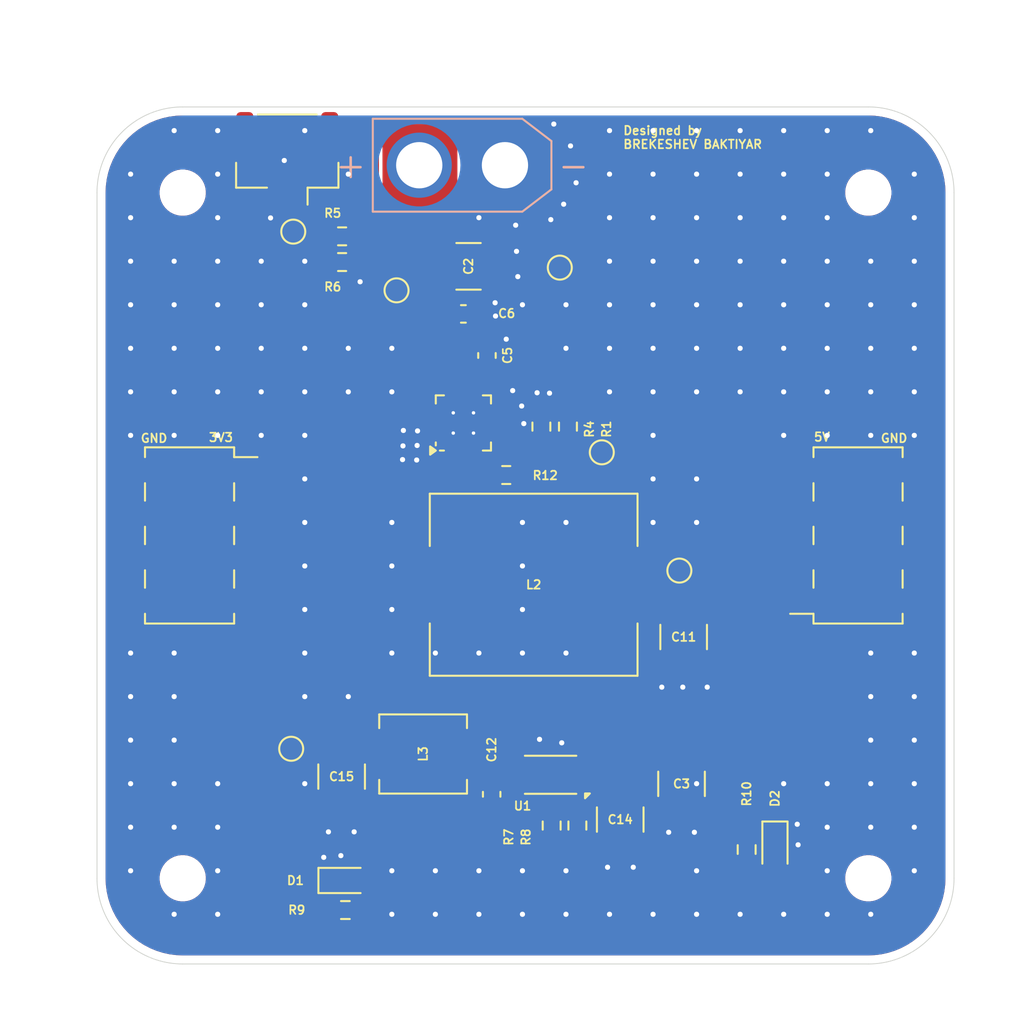
<source format=kicad_pcb>
(kicad_pcb (version 20240108) (generator "pcbnew") (generator_version "8.0")
  (layers (0 "F.Cu" signal) (31 "B.Cu" signal) (34 "B.Paste" user) (35 "F.Paste" user) (36 "B.SilkS" user "B.Silkscreen") (37 "F.SilkS" user "F.Silkscreen") (38 "B.Mask" user) (39 "F.Mask" user) (44 "Edge.Cuts" user))
  (net 0 "")
  (net 1 "V_IN")
  (net 2 "GND")
  (net 3 "+5V")
  (net 4 "Net-(U3-SS{slash}TR)")
  (net 5 "Net-(L2-Pad1)")
  (net 6 "Net-(U1-SW)")
  (net 7 "Net-(U3-FB)")
  (net 8 "Net-(U3-PG)")
  (net 9 "Net-(U1-BOOST)")
  (net 10 "Net-(U1-V_{CC})")
  (net 11 "+3.3V")
  (net 12 "Net-(J2-Pin_1)")
  (net 15 "Net-(U1-Vfb)")
  (net 16 "Net-(D1-A)")
  (net 17 "Net-(D2-A)")
  (footprint "Connector_PinSocket_2.54mm:PinSocket_2x04_P2.54mm_Vertical_SMD" (layer "F.Cu") (at 184.4 105 180)
    (property "Reference" "J3" (hide yes))
    (property "Value" "Conn_02x04_Odd_Even")
  )
  (footprint "Resistor_SMD:R_0603_1608Metric_Pad0.98x0.95mm_HandSolder" (layer "F.Cu") (at 177.9018 123.323451 -90)
    (property "Reference" "R10")
    (property "Value" "220")
  )
  (footprint "Inductor_SMD:L_Chilisin_BMRF00101040" (layer "F.Cu") (at 165.475 107.875)
    (property "Reference" "L2")
    (property "Value" "2.2u")
  )
  (footprint "Capacitor_SMD:C_1210_3225Metric" (layer "F.Cu") (at 170.525001 121.575002 -90)
    (property "Reference" "C14")
    (property "Value" "2.2uF")
  )
  (footprint "MountingHole:MountingHole_2.2mm_M2" (layer "F.Cu") (at 185 125)
    (property "Reference" "H3" (hide yes))
    (property "Value" "MountingHole")
  )
  (footprint "MountingHole:MountingHole_2.2mm_M2" (layer "F.Cu") (at 145 85)
    (property "Reference" "H2" (hide yes))
    (property "Value" "MountingHole")
  )
  (footprint "Resistor_SMD:R_0603_1608Metric" (layer "F.Cu") (at 167.475 98.65 -90)
    (property "Reference" "R1")
    (property "Value" "953k")
  )
  (footprint "MountingHole:MountingHole_2.2mm_M2" (layer "F.Cu") (at 145 125)
    (property "Reference" "H4" (hide yes))
    (property "Value" "MountingHole")
  )
  (footprint "TestPoint:TestPoint_Pad_D1.0mm" (layer "F.Cu") (at 167 89.375)
    (property "Reference" "TP4" (hide yes))
    (property "Value" "TestPoint")
  )
  (footprint "Package_DFN_QFN:VQFN-16-1EP_3x3mm_P0.5mm_EP1.68x1.68mm_ThermalVias" (layer "F.Cu") (at 161.375 98.4375 90)
    (property "Reference" "U3" (hide yes))
    (property "Value" "TPS62130")
  )
  (footprint "Inductor_SMD:L_Chilisin_BMRA00040415" (layer "F.Cu") (at 159.025 117.75 180)
    (property "Reference" "L3")
    (property "Value" "15u")
  )
  (footprint "TestPoint:TestPoint_Pad_D1.0mm" (layer "F.Cu") (at 151.3288 117.4452 90)
    (property "Reference" "TP7" (hide yes))
    (property "Value" "TestPoint")
  )
  (footprint "Capacitor_SMD:C_1210_3225Metric" (layer "F.Cu") (at 174.1018 119.492201 -90)
    (property "Reference" "C3")
    (property "Value" "22uF")
  )
  (footprint "Connector_PinSocket_2.54mm:PinSocket_2x04_P2.54mm_Vertical_SMD" (layer "F.Cu") (at 145.4 105)
    (property "Reference" "J4" (hide yes))
    (property "Value" "Conn_02x04_Odd_Even")
  )
  (footprint "Fiducial:Fiducial_0.5mm_Mask1mm" (layer "F.Cu") (at 187.5 82.5)
    (property "Reference" "FID1" (hide yes))
    (property "Value" "Fiducial")
  )
  (footprint "Fiducial:Fiducial_0.5mm_Mask1mm" (layer "F.Cu") (at 142.5 127.5)
    (property "Reference" "FID3" (hide yes))
    (property "Value" "Fiducial")
  )
  (footprint "Resistor_SMD:R_0603_1608Metric" (layer "F.Cu") (at 168.025 121.925002 -90)
    (property "Reference" "R8")
    (property "Value" "10k")
  )
  (footprint "Resistor_SMD:R_0603_1608Metric" (layer "F.Cu") (at 165.925 98.65 90)
    (property "Reference" "R4")
    (property "Value" "180k")
  )
  (footprint "Resistor_SMD:R_0603_1608Metric" (layer "F.Cu") (at 154.3 89.05)
    (property "Reference" "R6")
    (property "Value" "0")
  )
  (footprint "Resistor_SMD:R_0603_1608Metric_Pad0.98x0.95mm_HandSolder" (layer "F.Cu") (at 154.489301 126.8547)
    (property "Reference" "R9")
    (property "Value" "220")
  )
  (footprint "Capacitor_SMD:C_0603_1608Metric" (layer "F.Cu") (at 162.75 94.5 -90)
    (property "Reference" "C5")
    (property "Value" "3.3n")
  )
  (footprint "Resistor_SMD:R_0603_1608Metric" (layer "F.Cu") (at 166.525 121.925002 90)
    (property "Reference" "R7")
    (property "Value" "31.6k")
  )
  (footprint "Fiducial:Fiducial_0.5mm_Mask1mm" (layer "F.Cu") (at 187.5 127.5)
    (property "Reference" "FID4" (hide yes))
    (property "Value" "Fiducial")
  )
  (footprint "Capacitor_SMD:C_0603_1608Metric" (layer "F.Cu") (at 163.025 120.100001 90)
    (property "Reference" "C12")
    (property "Value" "100n")
  )
  (footprint "TestPoint:TestPoint_Pad_D1.0mm" (layer "F.Cu") (at 151.45 87.275)
    (property "Reference" "TP5" (hide yes))
    (property "Value" "TestPoint")
  )
  (footprint "TestPoint:TestPoint_Pad_D1.0mm" (layer "F.Cu") (at 169.45 100.15)
    (property "Reference" "TP2" (hide yes))
    (property "Value" "TestPoint")
  )
  (footprint "TestPoint:TestPoint_Pad_D1.0mm" (layer "F.Cu") (at 157.475 90.7)
    (property "Reference" "TP1" (hide yes))
    (property "Value" "TestPoint")
  )
  (footprint "Capacitor_SMD:C_1210_3225Metric" (layer "F.Cu") (at 161.675 89.3)
    (property "Reference" "C2")
    (property "Value" "10u")
  )
  (footprint "Resistor_SMD:R_0603_1608Metric" (layer "F.Cu") (at 163.875 101.475 180)
    (property "Reference" "R12")
    (property "Value" "100k")
  )
  (footprint "Resistor_SMD:R_0603_1608Metric" (layer "F.Cu") (at 154.3 87.55 180)
    (property "Reference" "R5")
    (property "Value" "0")
  )
  (footprint "Capacitor_SMD:C_1210_3225Metric" (layer "F.Cu") (at 154.271001 119.068999 -90)
    (property "Reference" "C15")
    (property "Value" "22uF")
  )
  (footprint "TestPoint:TestPoint_Pad_D1.0mm" (layer "F.Cu") (at 173.975 107.05)
    (property "Reference" "TP3" (hide yes))
    (property "Value" "TestPoint")
  )
  (footprint "MountingHole:MountingHole_2.2mm_M2" (layer "F.Cu") (at 185 85)
    (property "Reference" "H1" (hide yes))
    (property "Value" "MountingHole")
  )
  (footprint "Package_DFN_QFN:DFN-8-1EP_3x2mm_P0.5mm_EP1.75x1.45mm" (layer "F.Cu") (at 166.4625 118.962501 180)
    (property "Reference" "U1")
    (property "Value" "MCP16311x-xMNY")
  )
  (footprint "LED_SMD:LED_0603_1608Metric_Pad1.05x0.95mm_HandSolder" (layer "F.Cu") (at 179.5518 123.348451 -90)
    (property "Reference" "D2")
    (property "Value" "LED")
  )
  (footprint "Fiducial:Fiducial_0.5mm_Mask1mm" (layer "F.Cu") (at 142.5 82.5)
    (property "Reference" "FID2" (hide yes))
    (property "Value" "Fiducial")
  )
  (footprint "Connector_JST:JST_GH_SM02B-GHS-TB_1x02-1MP_P1.25mm_Horizontal" (layer "F.Cu") (at 151.1 83 180)
    (property "Reference" "J2" (hide yes))
    (property "Value" "Conn_01x02_MountingPin")
  )
  (footprint "LED_SMD:LED_0603_1608Metric_Pad1.05x0.95mm_HandSolder" (layer "F.Cu") (at 154.576801 125.1297)
    (property "Reference" "D1")
    (property "Value" "LED")
  )
  (footprint "Capacitor_SMD:C_1210_3225Metric" (layer "F.Cu") (at 174.225 110.925 -90)
    (property "Reference" "C11")
    (property "Value" "22uF")
  )
  (footprint "Capacitor_SMD:C_0603_1608Metric" (layer "F.Cu") (at 161.375 92.075 180)
    (property "Reference" "C6")
    (property "Value" "100n")
  )
  (footprint "Connector_AMASS:AMASS_XT30U-M_1x02_P5.0mm_Vertical" (layer "B.Cu") (at 163.8 83.4 180)
    (property "Reference" "J1" (hide yes))
    (property "Value" "Conn_01x02")
  )
  (gr_arc (start 185 80) (mid 188.535534 81.464466) (end 190 85) (stroke (width 0.05)) (layer "Edge.Cuts"))
  (gr_arc (start 140 85) (mid 141.464466 81.464466) (end 145 80) (stroke (width 0.05)) (layer "Edge.Cuts"))
  (gr_line (start 145 80) (end 185 80) (stroke (width 0.05)) (layer "Edge.Cuts"))
  (gr_arc (start 145 130) (mid 141.464466 128.535534) (end 140 125) (stroke (width 0.05)) (layer "Edge.Cuts"))
  (gr_line (start 190 85) (end 190 125) (stroke (width 0.05)) (layer "Edge.Cuts"))
  (gr_line (start 185 130) (end 145 130) (stroke (width 0.05)) (layer "Edge.Cuts"))
  (gr_arc (start 190 125) (mid 188.535534 128.535534) (end 185 130) (stroke (width 0.05)) (layer "Edge.Cuts"))
  (gr_line (start 140 125) (end 140 85) (stroke (width 0.05)) (layer "Edge.Cuts"))
  (gr_text "GND" (at 185.675 99.625 0) (layer "F.SilkS") (effects (font (size 0.5 0.5) (thickness 0.1)) (justify left bottom)))
  (gr_text "3V3" (at 146.475 99.575 0) (layer "F.SilkS") (effects (font (size 0.5 0.5) (thickness 0.1)) (justify left bottom)))
  (gr_text "5V" (at 181.775 99.55 0) (layer "F.SilkS") (effects (font (size 0.5 0.5) (thickness 0.1)) (justify left bottom)))
  (gr_text "Designed by \nBREKESHEV BAKTIYAR" (at 170.65 82.475 0) (layer "F.SilkS") (effects (font (size 0.5 0.5) (thickness 0.1)) (justify left bottom)))
  (gr_text "GND" (at 142.5 99.625 0) (layer "F.SilkS") (effects (font (size 0.5 0.5) (thickness 0.1)) (justify left bottom)))
  (segment (start 155.125 87.55) (end 157.05 87.55) (width 0.3) (layer "F.Cu") (net 1))
  (segment (start 157.05 87.55) (end 158.8 89.3) (width 0.3) (layer "F.Cu") (net 1))
  (segment (start 158.8 89.3) (end 160.2 89.3) (width 0.3) (layer "F.Cu") (net 1))
  (segment (start 155.125 89.05) (end 155.125 89.975) (width 1) (layer "F.Cu") (net 2))
  (segment (start 170.535999 123.607001) (end 169.786001 124.357) (width 1) (layer "F.Cu") (net 2))
  (segment (start 168.025 122.750001) (end 170.224999 122.750001) (width 1) (layer "F.Cu") (net 2))
  (segment (start 165.925 96.925) (end 165.675 96.675) (width 0.3) (layer "F.Cu") (net 2))
  (segment (start 166.4625 117.540301) (end 166.4625 118.962501) (width 1) (layer "F.Cu") (net 2))
  (segment (start 180.476799 122.473452) (end 180.8518 122.098451) (width 0.3) (layer "F.Cu") (net 2))
  (segment (start 165.925 97.175) (end 166.4 96.7) (width 0.3) (layer "F.Cu") (net 2))
  (segment (start 167.113 117.098601) (end 166.4625 117.749101) (width 1) (layer "F.Cu") (net 2))
  (segment (start 150.475 84.85) (end 150.475 83.575) (width 0.5) (layer "F.Cu") (net 2))
  (segment (start 179.5518 122.473452) (end 180.476799 122.473452) (width 0.3) (layer "F.Cu") (net 2))
  (segment (start 174.1018 121.567201) (end 173.351802 122.3172) (width 1) (layer "F.Cu") (net 2))
  (segment (start 153.701802 124.204698) (end 154.2268 123.6797) (width 0.3) (layer "F.Cu") (net 2))
  (segment (start 170.224999 122.750001) (end 170.525001 123.050003) (width 1) (layer "F.Cu") (net 2))
  (segment (start 155.125 89.975) (end 155.35 90.2) (width 1) (layer "F.Cu") (net 2))
  (segment (start 165.0125 118.212501) (end 165.7125 118.212501) (width 0.3) (layer "F.Cu") (net 2))
  (segment (start 171.286001 124.357001) (end 170.409001 123.48) (width 1) (layer "F.Cu") (net 2))
  (segment (start 180.9018 123.048451) (end 180.9018 122.898453) (width 0.3) (layer "F.Cu") (net 2))
  (segment (start 154.2518 121.542205) (end 153.501804 122.292203) (width 1) (layer "F.Cu") (net 2))
  (segment (start 165.712501 119.712501) (end 166.4625 118.962501) (width 0.3) (layer "F.Cu") (net 2))
  (segment (start 165.0125 119.712501) (end 165.712501 119.712501) (width 0.3) (layer "F.Cu") (net 2))
  (segment (start 153.701802 125.1297) (end 153.701802 124.254701) (width 0.3) (layer "F.Cu") (net 2))
  (segment (start 164.25 96.55) (end 164.25 97.025) (width 0.3) (layer "F.Cu") (net 2))
  (segment (start 165.925 97.825) (end 165.925 96.925) (width 0.3) (layer "F.Cu") (net 2))
  (segment (start 154.271001 120.544) (end 154.271001 121.561402) (width 1) (layer "F.Cu") (net 2))
  (segment (start 150.475 84.85) (end 150.475 86.125) (width 0.5) (layer "F.Cu") (net 2))
  (segment (start 164.9 98.475) (end 164.6875 98.6875) (width 0.3) (layer "F.Cu") (net 2))
  (segment (start 180.9018 122.898453) (end 180.476799 122.473452) (width 0.3) (layer "F.Cu") (net 2))
  (segment (start 153.701802 125.1297) (end 153.701802 124.204698) (width 0.3) (layer "F.Cu") (net 2))
  (segment (start 153.701802 124.254701) (end 153.226801 123.7797) (width 0.3) (layer "F.Cu") (net 2))
  (segment (start 164.775 97.45) (end 164.0375 98.1875) (width 0.3) (layer "F.Cu") (net 2))
  (segment (start 150.475 83.575) (end 150.925 83.125) (width 0.5) (layer "F.Cu") (net 2))
  (segment (start 166.4625 117.749101) (end 166.4625 118.962501) (width 1) (layer "F.Cu") (net 2))
  (segment (start 174.851802 122.317201) (end 173.974802 121.4402) (width 1) (layer "F.Cu") (net 2))
  (segment (start 163.5875 97.6875) (end 162.8375 97.6875) (width 0.3) (layer "F.Cu") (net 2))
  (segment (start 165.7125 118.212501) (end 166.4625 118.962501) (width 0.3) (layer "F.Cu") (net 2))
  (segment (start 164.0375 98.1875) (end 162.8375 98.1875) (width 0.3) (layer "F.Cu") (net 2))
  (segment (start 150.475 86.125) (end 150.125 86.475) (width 0.5) (layer "F.Cu") (net 2))
  (segment (start 154.271001 121.561402) (end 155.001802 122.292203) (width 1) (layer "F.Cu") (net 2))
  (segment (start 164.25 97.025) (end 163.5875 97.6875) (width 0.3) (layer "F.Cu") (net 2))
  (segment (start 180.8518 122.098451) (end 180.8518 121.848451) (width 0.3) (layer "F.Cu") (net 2))
  (segment (start 165.8176 116.895401) (end 166.4625 117.540301) (width 1) (layer "F.Cu") (net 2))
  (segment (start 164.6875 98.6875) (end 162.8375 98.6875) (width 0.3) (layer "F.Cu") (net 2))
  (via (at 152.1206 106.7816) (size 0.6) (drill 0.3) (layers "F.Cu" "B.Cu") (net 2))
  (via (at 164.475 88.425) (size 0.6) (drill 0.3) (layers "F.Cu" "B.Cu") (net 2))
  (via (at 163.225 91.425) (size 0.6) (drill 0.3) (layers "F.Cu" "B.Cu") (net 2))
  (via (at 154.6606 83.9216) (size 0.6) (drill 0.3) (layers "F.Cu" "B.Cu") (net 2))
  (via (at 180.9018 123.048451) (size 0.6) (drill 0.3) (layers "F.Cu" "B.Cu") (net 2))
  (via (at 175.6 113.85) (size 0.6) (drill 0.3) (layers "F.Cu" "B.Cu") (net 2))
  (via (at 169.9006 94.0816) (size 0.6) (drill 0.3) (layers "F.Cu" "B.Cu") (net 2))
  (via (at 187.6806 86.4616) (size 0.6) (drill 0.3) (layers "F.Cu" "B.Cu") (net 2))
  (via (at 164.8206 106.7816) (size 0.6) (drill 0.3) (layers "F.Cu" "B.Cu") (net 2))
  (via (at 167.95 84.425) (size 0.6) (drill 0.3) (layers "F.Cu" "B.Cu") (net 2))
  (via (at 157.2006 94.0816) (size 0.6) (drill 0.3) (layers "F.Cu" "B.Cu") (net 2))
  (via (at 172.4406 89.0016) (size 0.6) (drill 0.3) (layers "F.Cu" "B.Cu") (net 2))
  (via (at 187.6806 89.0016) (size 0.6) (drill 0.3) (layers "F.Cu" "B.Cu") (net 2))
  (via (at 172.4406 86.4616) (size 0.6) (drill 0.3) (layers "F.Cu" "B.Cu") (net 2))
  (via (at 174.175 113.85) (size 0.6) (drill 0.3) (layers "F.Cu" "B.Cu") (net 2))
  (via (at 174.9806 104.2416) (size 0.6) (drill 0.3) (layers "F.Cu" "B.Cu") (net 2))
  (via (at 174.9806 86.4616) (size 0.6) (drill 0.3) (layers "F.Cu" "B.Cu") (net 2))
  (via (at 155.001802 122.292203) (size 0.6) (drill 0.3) (layers "F.Cu" "B.Cu") (net 2))
  (via (at 174.9806 124.5616) (size 0.6) (drill 0.3) (layers "F.Cu" "B.Cu") (net 2))
  (via (at 152.1206 119.4816) (size 0.6) (drill 0.3) (layers "F.Cu" "B.Cu") (net 2))
  (via (at 149.5806 89.0016) (size 0.6) (drill 0.3) (layers "F.Cu" "B.Cu") (net 2))
  (via (at 167.3606 127.1016) (size 0.6) (drill 0.3) (layers "F.Cu" "B.Cu") (net 2))
  (via (at 180.8518 121.848451) (size 0.6) (drill 0.3) (layers "F.Cu" "B.Cu") (net 2))
  (via (at 180.0606 81.3816) (size 0.6) (drill 0.3) (layers "F.Cu" "B.Cu") (net 2))
  (via (at 157.825 100.575) (size 0.6) (drill 0.3) (layers "F.Cu" "B.Cu") (net 2))
  (via (at 185.1406 114.4016) (size 0.6) (drill 0.3) (layers "F.Cu" "B.Cu") (net 2))
  (via (at 147.0406 91.5416) (size 0.6) (drill 0.3) (layers "F.Cu" "B.Cu") (net 2))
  (via (at 162.2806 124.5616) (size 0.6) (drill 0.3) (layers "F.Cu" "B.Cu") (net 2))
  (via (at 182.6006 122.0216) (size 0.6) (drill 0.3) (layers "F.Cu" "B.Cu") (net 2))
  (via (at 141.9606 83.9216) (size 0.6) (drill 0.3) (layers "F.Cu" "B.Cu") (net 2))
  (via (at 169.9006 81.3816) (size 0.6) (drill 0.3) (layers "F.Cu" "B.Cu") (net 2))
  (via (at 141.9606 116.9416) (size 0.6) (drill 0.3) (layers "F.Cu" "B.Cu") (net 2))
  (via (at 144.5006 91.5416) (size 0.6) (drill 0.3) (layers "F.Cu" "B.Cu") (net 2))
  (via (at 177.5206 86.4616) (size 0.6) (drill 0.3) (layers "F.Cu" "B.Cu") (net 2))
  (via (at 174.9806 91.5416) (size 0.6) (drill 0.3) (layers "F.Cu" "B.Cu") (net 2))
  (via (at 172.95 113.85) (size 0.6) (drill 0.3) (layers "F.Cu" "B.Cu") (net 2))
  (via (at 166.4 96.7) (size 0.6) (drill 0.3) (layers "F.Cu" "B.Cu") (net 2))
  (via (at 158.675 99.75) (size 0.6) (drill 0.3) (layers "F.Cu" "B.Cu") (net 2))
  (via (at 169.9006 86.4616) (size 0.6) (drill 0.3) (layers "F.Cu" "B.Cu") (net 2))
  (via (at 187.6806 119.4816) (size 0.6) (drill 0.3) (layers "F.Cu" "B.Cu") (net 2))
  (via (at 172.4406 81.3816) (size 0.6) (drill 0.3) (layers "F.Cu" "B.Cu") (net 2))
  (via (at 158.65 100.6) (size 0.6) (drill 0.3) (layers "F.Cu" "B.Cu") (net 2))
  (via (at 167.3606 104.2416) (size 0.6) (drill 0.3) (layers "F.Cu" "B.Cu") (net 2))
  (via (at 187.6806 99.1616) (size 0.6) (drill 0.3) (layers "F.Cu" "B.Cu") (net 2))
  (via (at 149.5806 91.5416) (size 0.6) (drill 0.3) (layers "F.Cu" "B.Cu") (net 2))
  (via (at 155.35 90.2) (size 0.6) (drill 0.3) (layers "F.Cu" "B.Cu") (net 2))
  (via (at 167.3606 124.5616) (size 0.6) (drill 0.3) (layers "F.Cu" "B.Cu") (net 2))
  (via (at 164.775 97.45) (size 0.6) (drill 0.3) (layers "F.Cu" "B.Cu") (net 2))
  (via (at 159.7406 127.1016) (size 0.6) (drill 0.3) (layers "F.Cu" "B.Cu") (net 2))
  (via (at 167.225 85.675) (size 0.6) (drill 0.3) (layers "F.Cu" "B.Cu") (net 2))
  (via (at 157.875 98.875) (size 0.6) (drill 0.3) (layers "F.Cu" "B.Cu") (net 2))
  (via (at 182.6006 94.0816) (size 0.6) (drill 0.3) (layers "F.Cu" "B.Cu") (net 2))
  (via (at 187.6806 122.0216) (size 0.6) (drill 0.3) (layers "F.Cu" "B.Cu") (net 2))
  (via (at 152.1206 104.2416) (size 0.6) (drill 0.3) (layers "F.Cu" "B.Cu") (net 2))
  (via (at 185.1406 119.4816) (size 0.6) (drill 0.3) (layers "F.Cu" "B.Cu") (net 2))
  (via (at 144.5006 127.1016) (size 0.6) (drill 0.3) (layers "F.Cu" "B.Cu") (net 2))
  (via (at 174.9806 127.1016) (size 0.6) (drill 0.3) (layers "F.Cu" "B.Cu") (net 2))
  (via (at 169.9006 91.5416) (size 0.6) (drill 0.3) (layers "F.Cu" "B.Cu") (net 2))
  (via (at 177.5206 83.9216) (size 0.6) (drill 0.3) (layers "F.Cu" "B.Cu") (net 2))
  (via (at 167.625 82.275) (size 0.6) (drill 0.3) (layers "F.Cu" "B.Cu") (net 2))
  (via (at 164.8206 104.2416) (size 0.6) (drill 0.3) (layers "F.Cu" "B.Cu") (net 2))
  (via (at 182.6006 127.1016) (size 0.6) (drill 0.3) (layers "F.Cu" "B.Cu") (net 2))
  (via (at 180.0606 96.6216) (size 0.6) (drill 0.3) (layers "F.Cu" "B.Cu") (net 2))
  (via (at 162.2806 111.8616) (size 0.6) (drill 0.3) (layers "F.Cu" "B.Cu") (net 2))
  (via (at 164.425 86.9) (size 0.6) (drill 0.3) (layers "F.Cu" "B.Cu") (net 2))
  (via (at 172.4406 99.1616) (size 0.6) (drill 0.3) (layers "F.Cu" "B.Cu") (net 2))
  (via (at 180.0606 94.0816) (size 0.6) (drill 0.3) (layers "F.Cu" "B.Cu") (net 2))
  (via (at 154.2268 123.6797) (size 0.6) (drill 0.3) (layers "F.Cu" "B.Cu") (net 2))
  (via (at 141.9606 94.0816) (size 0.6) (drill 0.3) (layers "F.Cu" "B.Cu") (net 2))
  (via (at 144.5006 111.8616) (size 0.6) (drill 0.3) (layers "F.Cu" "B.Cu") (net 2))
  (via (at 182.6006 124.5616) (size 0.6) (drill 0.3) (layers "F.Cu" "B.Cu") (net 2))
  (via (at 180.0606 89.0016) (size 0.6) (drill 0.3) (layers "F.Cu" "B.Cu") (net 2))
  (via (at 185.1406 89.0016) (size 0.6) (drill 0.3) (layers "F.Cu" "B.Cu") (net 2))
  (via (at 152.1206 99.1616) (size 0.6) (drill 0.3) (layers "F.Cu" "B.Cu") (net 2))
  (via (at 185.1406 122.0216) (size 0.6) (drill 0.3) (layers "F.Cu" "B.Cu") (net 2))
  (via (at 169.9006 96.6216) (size 0.6) (drill 0.3) (layers "F.Cu" "B.Cu") (net 2))
  (via (at 157.2006 106.7816) (size 0.6) (drill 0.3) (layers "F.Cu" "B.Cu") (net 2))
  (via (at 147.0406 86.4616) (size 0.6) (drill 0.3) (layers "F.Cu" "B.Cu") (net 2))
  (via (at 187.6806 124.5616) (size 0.6) (drill 0.3) (layers "F.Cu" "B.Cu") (net 2))
  (via (at 185.1406 111.8616) (size 0.6) (drill 0.3) (layers "F.Cu" "B.Cu") (net 2))
  (via (at 167.113 117.098601) (size 0.6) (drill 0.3) (layers "F.Cu" "B.Cu") (net 2))
  (via (at 159.7406 124.5616) (size 0.6) (drill 0.3) (layers "F.Cu" "B.Cu") (net 2))
  (via (at 152.1206 111.8616) (size 0.6) (drill 0.3) (layers "F.Cu" "B.Cu") (net 2))
  (via (at 147.0406 83.9216) (size 0.6) (drill 0.3) (layers "F.Cu" "B.Cu") (net 2))
  (via (at 174.9806 83.9216) (size 0.6) (drill 0.3) (layers "F.Cu" "B.Cu") (net 2))
  (via (at 174.9806 119.4816) (size 0.6) (drill 0.3) (layers "F.Cu" "B.Cu") (net 2))
  (via (at 144.5006 119.4816) (size 0.6) (drill 0.3) (layers "F.Cu" "B.Cu") (net 2))
  (via (at 174.9806 94.0816) (size 0.6) (drill 0.3) (layers "F.Cu" "B.Cu") (net 2))
  (via (at 187.6806 91.5416) (size 0.6) (drill 0.3) (layers "F.Cu" "B.Cu") (net 2))
  (via (at 180.0606 99.1616) (size 0.6) (drill 0.3) (layers "F.Cu" "B.Cu") (net 2))
  (via (at 164.8206 91.5416) (size 0.6) (drill 0.3) (layers "F.Cu" "B.Cu") (net 2))
  (via (at 162.2806 86.4616) (size 0.6) (drill 0.3) (layers "F.Cu" "B.Cu") (net 2))
  (via (at 174.9806 101.7016) (size 0.6) (drill 0.3) (layers "F.Cu" "B.Cu") (net 2))
  (via (at 147.0406 127.1016) (size 0.6) (drill 0.3) (layers "F.Cu" "B.Cu") (net 2))
  (via (at 174.851802 122.317201) (size 0.6) (drill 0.3) (layers "F.Cu" "B.Cu") (net 2))
  (via (at 180.0606 91.5416) (size 0.6) (drill 0.3) (layers "F.Cu" "B.Cu") (net 2))
  (via (at 172.4406 104.2416) (size 0.6) (drill 0.3) (layers "F.Cu" "B.Cu") (net 2))
  (via (at 157.2006 127.1016) (size 0.6) (drill 0.3) (layers "F.Cu" "B.Cu") (net 2))
  (via (at 164.9 98.475) (size 0.6) (drill 0.3) (layers "F.Cu" "B.Cu") (net 2))
  (via (at 152.1206 94.0816) (size 0.6) (drill 0.3) (layers "F.Cu" "B.Cu") (net 2))
  (via (at 180.0606 127.1016) (size 0.6) (drill 0.3) (layers "F.Cu" "B.Cu") (net 2))
  (via (at 174.9806 89.0016) (size 0.6) (drill 0.3) (layers "F.Cu" "B.Cu") (net 2))
  (via (at 167.3606 91.5416) (size 0.6) (drill 0.3) (layers "F.Cu" "B.Cu") (net 2))
  (via (at 185.1406 116.9416) (size 0.6) (drill 0.3) (layers "F.Cu" "B.Cu") (net 2))
  (via (at 147.0406 96.6216) (size 0.6) (drill 0.3) (layers "F.Cu" "B.Cu") (net 2))
  (via (at 149.5806 94.0816) (size 0.6) (drill 0.3) (layers "F.Cu" "B.Cu") (net 2))
  (via (at 172.4406 83.9216) (size 0.6) (drill 0.3) (layers "F.Cu" "B.Cu") (net 2))
  (via (at 166.65 81) (size 0.6) (drill 0.3) (layers "F.Cu" "B.Cu") (net 2))
  (via (at 152.1206 91.5416) (size 0.6) (drill 0.3) (layers "F.Cu" "B.Cu") (net 2))
  (via (at 172.4406 96.6216) (size 0.6) (drill 0.3) (layers "F.Cu" "B.Cu") (net 2))
  (via (at 147.0406 81.3816) (size 0.6) (drill 0.3) (layers "F.Cu" "B.Cu") (net 2))
  (via (at 162.2806 127.1016) (size 0.6) (drill 0.3) (layers "F.Cu" "B.Cu") (net 2))
  (via (at 153.501804 122.292203) (size 0.6) (drill 0.3) (layers "F.Cu" "B.Cu") (net 2))
  (via (at 147.0406 94.0816) (size 0.6) (drill 0.3) (layers "F.Cu" "B.Cu") (net 2))
  (via (at 164.8206 111.8616) (size 0.6) (drill 0.3) (layers "F.Cu" "B.Cu") (net 2))
  (via (at 154.6606 94.0816) (size 0.6) (drill 0.3) (layers "F.Cu" "B.Cu") (net 2))
  (via (at 158.7 98.9) (size 0.6) (drill 0.3) (layers "F.Cu" "B.Cu") (net 2))
  (via (at 154.6606 114.4016) (size 0.6) (drill 0.3) (layers "F.Cu" "B.Cu") (net 2))
  (via (at 141.9606 96.6216) (size 0.6) (drill 0.3) (layers "F.Cu" "B.Cu") (net 2))
  (via (at 152.1206 101.7016) (size 0.6) (drill 0.3) (layers "F.Cu" "B.Cu") (net 2))
  (via (at 174.9806 96.6216) (size 0.6) (drill 0.3) (layers "F.Cu" "B.Cu") (net 2))
  (via (at 172.4406 94.0816) (size 0.6) (drill 0.3) (layers "F.Cu" "B.Cu") (net 2))
  (via (at 164.8206 127.1016) (size 0.6) (drill 0.3) (layers "F.Cu" "B.Cu") (net 2))
  (via (at 141.9606 122.0216) (size 0.6) (drill 0.3) (layers "F.Cu" "B.Cu") (net 2))
  (via (at 141.9606 91.5416) (size 0.6) (drill 0.3) (layers "F.Cu" "B.Cu") (net 2))
  (via (at 169.9006 127.1016) (size 0.6) (drill 0.3) (layers "F.Cu" "B.Cu") (net 2))
  (via (at 174.9806 81.3816) (size 0.6) (drill 0.3) (layers "F.Cu" "B.Cu") (net 2))
  (via (at 182.6006 119.4816) (size 0.6) (drill 0.3) (layers "F.Cu" "B.Cu") (net 2))
  (via (at 141.9606 99.1616) (size 0.6) (drill 0.3) (layers "F.Cu" "B.Cu") (net 2))
  (via (at 185.1406 99.1616) (size 0.6) (drill 0.3) (layers "F.Cu" "B.Cu") (net 2))
  (via (at 182.6006 89.0016) (size 0.6) (drill 0.3) (layers "F.Cu" "B.Cu") (net 2))
  (via (at 185.1406 127.1016) (size 0.6) (drill 0.3) (layers "F.Cu" "B.Cu") (net 2))
  (via (at 182.6006 91.5416) (size 0.6) (drill 0.3) (layers "F.Cu" "B.Cu") (net 2))
  (via (at 141.9606 111.8616) (size 0.6) (drill 0.3) (layers "F.Cu" "B.Cu") (net 2))
  (via (at 185.1406 81.3816) (size 0.6) (drill 0.3) (layers "F.Cu" "B.Cu") (net 2))
  (via (at 167.3606 94.0816) (size 0.6) (drill 0.3) (layers "F.Cu" "B.Cu") (net 2))
  (via (at 177.5206 91.5416) (size 0.6) (drill 0.3) (layers "F.Cu" "B.Cu") (net 2))
  (via (at 152.1206 109.3216) (size 0.6) (drill 0.3) (layers "F.Cu" "B.Cu") (net 2))
  (via (at 167.3606 111.8616) (size 0.6) (drill 0.3) (layers "F.Cu" "B.Cu") (net 2))
  (via (at 177.5206 81.3816) (size 0.6) (drill 0.3) (layers "F.Cu" "B.Cu") (net 2))
  (via (at 147.0406 124.5616) (size 0.6) (drill 0.3) (layers "F.Cu" "B.Cu") (net 2))
  (via (at 159.7406 111.8616) (size 0.6) (drill 0.3) (layers "F.Cu" "B.Cu") (net 2))
  (via (at 169.9006 89.0016) (size 0.6) (drill 0.3) (layers "F.Cu" "B.Cu") (net 2))
  (via (at 172.4406 101.7016) (size 0.6) (drill 0.3) (layers "F.Cu" "B.Cu") (net 2))
  (via (at 185.1406 94.0816) (size 0.6) (drill 0.3) (layers "F.Cu" "B.Cu") (net 2))
  (via (at 154.6606 96.6216) (size 0.6) (drill 0.3) (layers "F.Cu" "B.Cu") (net 2))
  (via (at 157.2006 124.5616) (size 0.6) (drill 0.3) (layers "F.Cu" "B.Cu") (net 2))
  (via (at 169.9006 83.9216) (size 0.6) (drill 0.3) (layers "F.Cu" "B.Cu") (net 2))
  (via (at 187.6806 96.6216) (size 0.6) (drill 0.3) (layers "F.Cu" "B.Cu") (net 2))
  (via (at 173.351802 122.3172) (size 0.6) (drill 0.3) (layers "F.Cu" "B.Cu") (net 2))
  (via (at 171.286001 124.357001) (size 0.6) (drill 0.3) (layers "F.Cu" "B.Cu") (net 2))
  (via (at 141.9606 124.5616) (size 0.6) (drill 0.3) (layers "F.Cu" "B.Cu") (net 2))
  (via (at 187.6806 114.4016) (size 0.6) (drill 0.3) (layers "F.Cu" "B.Cu") (net 2))
  (via (at 157.85 99.775) (size 0.6) (drill 0.3) (layers "F.Cu" "B.Cu") (net 2))
  (via (at 147.0406 99.1616) (size 0.6) (drill 0.3) (layers "F.Cu" "B.Cu") (net 2))
  (via (at 144.5006 116.9416) (size 0.6) (drill 0.3) (layers "F.Cu" "B.Cu") (net 2))
  (via (at 172.4406 127.1016) (size 0.6) (drill 0.3) (layers "F.Cu" "B.Cu") (net 2))
  (via (at 141.9606 114.4016) (size 0.6) (drill 0.3) (layers "F.Cu" "B.Cu") (net 2))
  (via (at 149.5806 99.1616) (size 0.6) (drill 0.3) (layers "F.Cu" "B.Cu") (net 2))
  (via (at 144.5006 94.0816) (size 0.6) (drill 0.3) (layers "F.Cu" "B.Cu") (net 2))
  (via (at 144.5006 99.1616) (size 0.6) (drill 0.3) (layers "F.Cu" "B.Cu") (net 2))
  (via (at 172.4406 91.5416) (size 0.6) (drill 0.3) (layers "F.Cu" "B.Cu") (net 2))
  (via (at 187.6806 111.8616) (size 0.6) (drill 0.3) (layers "F.Cu" "B.Cu") (net 2))
  (via (at 180.0606 83.9216) (size 0.6) (drill 0.3) (layers "F.Cu" "B.Cu") (net 2))
  (via (at 157.2006 111.8616) (size 0.6) (drill 0.3) (layers "F.Cu" "B.Cu") (net 2))
  (via (at 177.5206 127.1016) (size 0.6) (drill 0.3) (layers "F.Cu" "B.Cu") (net 2))
  (via (at 157.2006 109.3216) (size 0.6) (drill 0.3) (layers "F.Cu" "B.Cu") (net 2))
  (via (at 153.226801 123.7797) (size 0.6) (drill 0.3) (layers "F.Cu" "B.Cu") (net 2))
  (via (at 177.5206 96.6216) (size 0.6) (drill 0.3) (layers "F.Cu" "B.Cu") (net 2))
  (via (at 152.1206 114.4016) (size 0.6) (drill 0.3) (layers "F.Cu" "B.Cu") (net 2))
  (via (at 182.6006 96.6216) (size 0.6) (drill 0.3) (layers "F.Cu" "B.Cu") (net 2))
  (via (at 165.8176 116.895401) (size 0.6) (drill 0.3) (layers "F.Cu" "B.Cu") (net 2))
  (via (at 144.5006 122.0216) (size 0.6) (drill 0.3) (layers "F.Cu" "B.Cu") (net 2))
  (via (at 164.8206 124.5616) (size 0.6) (drill 0.3) (layers "F.Cu" "B.Cu") (net 2))
  (via (at 152.1206 96.6216) (size 0.6) (drill 0.3) (layers "F.Cu" "B.Cu") (net 2))
  (via (at 180.0606 86.4616) (size 0.6) (drill 0.3) (layers "F.Cu" "B.Cu") (net 2))
  (via (at 165.675 96.675) (size 0.6) (drill 0.3) (layers "F.Cu" "B.Cu") (net 2))
  (via (at 144.5006 89.0016) (size 0.6) (drill 0.3) (layers "F.Cu" "B.Cu") (net 2))
  (via (at 152.1206 81.3816) (size 0.6) (drill 0.3) (layers "F.Cu" "B.Cu") (net 2))
  (via (at 163.25 92.2) (size 0.6) (drill 0.3) (layers "F.Cu" "B.Cu") (net 2))
  (via (at 144.5006 96.6216) (size 0.6) (drill 0.3) (layers "F.Cu" "B.Cu") (net 2))
  (via (at 187.6806 116.9416) (size 0.6) (drill 0.3) (layers "F.Cu" "B.Cu") (net 2))
  (via (at 152.1206 89.0016) (size 0.6) (drill 0.3) (layers "F.Cu" "B.Cu") (net 2))
  (via (at 141.9606 119.4816) (size 0.6) (drill 0.3) (layers "F.Cu" "B.Cu") (net 2))
  (via (at 182.6006 99.1616) (size 0.6) (drill 0.3) (layers "F.Cu" "B.Cu") (net 2))
  (via (at 180.0606 119.4816) (size 0.6) (drill 0.3) (layers "F.Cu" "B.Cu") (net 2))
  (via (at 185.1406 91.5416) (size 0.6) (drill 0.3) (layers "F.Cu" "B.Cu") (net 2))
  (via (at 185.1406 96.6216) (size 0.6) (drill 0.3) (layers "F.Cu" "B.Cu") (net 2))
  (via (at 166.475 86.575) (size 0.6) (drill 0.3) (layers "F.Cu" "B.Cu") (net 2))
  (via (at 182.6006 83.9216) (size 0.6) (drill 0.3) (layers "F.Cu" "B.Cu") (net 2))
  (via (at 164.25 96.55) (size 0.6) (drill 0.3) (layers "F.Cu" "B.Cu") (net 2))
  (via (at 147.0406 89.0016) (size 0.6) (drill 0.3) (layers "F.Cu" "B.Cu") (net 2))
  (via (at 187.6806 83.9216) (size 0.6) (drill 0.3) (layers "F.Cu" "B.Cu") (net 2))
  (via (at 141.9606 89.0016) (size 0.6) (drill 0.3) (layers "F.Cu" "B.Cu") (net 2))
  (via (at 149.5806 96.6216) (size 0.6) (drill 0.3) (layers "F.Cu" "B.Cu") (net 2))
  (via (at 182.6006 86.4616) (size 0.6) (drill 0.3) (layers "F.Cu" "B.Cu") (net 2))
  (via (at 147.0406 122.0216) (size 0.6) (drill 0.3) (layers "F.Cu" "B.Cu") (net 2))
  (via (at 163.875 93.55) (size 0.6) (drill 0.3) (layers "F.Cu" "B.Cu") (net 2))
  (via (at 169.786001 124.357) (size 0.6) (drill 0.3) (layers "F.Cu" "B.Cu") (net 2))
  (via (at 157.2006 104.2416) (size 0.6) (drill 0.3) (layers "F.Cu" "B.Cu") (net 2))
  (via (at 147.0406 119.4816) (size 0.6) (drill 0.3) (layers "F.Cu" "B.Cu") (net 2))
  (via (at 164.55 89.9) (size 0.6) (drill 0.3) (layers "F.Cu" "B.Cu") (net 2))
  (via (at 177.5206 89.0016) (size 0.6) (drill 0.3) (layers "F.Cu" "B.Cu") (net 2))
  (via (at 164.8206 109.3216) (size 0.6) (drill 0.3) (layers "F.Cu" "B.Cu") (net 2))
  (via (at 144.5006 114.4016) (size 0.6) (drill 0.3) (layers "F.Cu" "B.Cu") (net 2))
  (via (at 177.5206 94.0816) (size 0.6) (drill 0.3) (layers "F.Cu" "B.Cu") (net 2))
  (via (at 157.2006 96.6216) (size 0.6) (drill 0.3) (layers "F.Cu" "B.Cu") (net 2))
  (via (at 150.925 83.125) (size 0.6) (drill 0.3) (layers "F.Cu" "B.Cu") (net 2))
  (via (at 150.125 86.475) (size 0.6) (drill 0.3) (layers "F.Cu" "B.Cu") (net 2))
  (via (at 144.5006 81.3816) (size 0.6) (drill 0.3) (layers "F.Cu" "B.Cu") (net 2))
  (via (at 141.9606 86.4616) (size 0.6) (drill 0.3) (layers "F.Cu" "B.Cu") (net 2))
  (via (at 187.6806 94.0816) (size 0.6) (drill 0.3) (layers "F.Cu" "B.Cu") (net 2))
  (via (at 182.6006 81.3816) (size 0.6) (drill 0.3) (layers "F.Cu" "B.Cu") (net 2))
  (segment (start 168.9 101.475) (end 170.225 102.8) (width 0.3) (layer "F.Cu") (net 3))
  (segment (start 177.075 99.65) (end 175.225 97.8) (width 0.3) (layer "F.Cu") (net 3))
  (segment (start 169.225 114.075) (end 156.75 114.075) (width 0.3) (layer "F.Cu") (net 3))
  (segment (start 170.225 107.875) (end 170.225 113.075) (width 0.3) (layer "F.Cu") (net 3))
  (segment (start 154.1 111.475) (end 154.1 99.225) (width 0.3) (layer "F.Cu") (net 3))
  (segment (start 155.35 97.975) (end 157.625 97.975) (width 0.3) (layer "F.Cu") (net 3))
  (segment (start 154.1 99.225) (end 155.35 97.975) (width 0.3) (layer "F.Cu") (net 3))
  (segment (start 175.225 97.8) (end 167.5 97.8) (width 0.3) (layer "F.Cu") (net 3))
  (segment (start 156.725 114.1) (end 154.1 111.475) (width 0.3) (layer "F.Cu") (net 3))
  (segment (start 156.75 114.075) (end 156.725 114.1) (width 0.3) (layer "F.Cu") (net 3))
  (segment (start 167.5 97.8) (end 167.475 97.825) (width 0.3) (layer "F.Cu") (net 3))
  (segment (start 177.9018 122.410951) (end 177.9018 118.273451) (width 0.3) (layer "F.Cu") (net 3))
  (segment (start 177.075 106.225) (end 177.075 99.65) (width 0.3) (layer "F.Cu") (net 3))
  (segment (start 170.225 102.8) (end 170.225 107.875) (width 0.3) (layer "F.Cu") (net 3))
  (segment (start 157.8375 98.1875) (end 159.9125 98.1875) (width 0.3) (layer "F.Cu") (net 3))
  (segment (start 170.225 113.075) (end 169.225 114.075) (width 0.3) (layer "F.Cu") (net 3))
  (segment (start 157.625 97.975) (end 157.8375 98.1875) (width 0.3) (layer "F.Cu") (net 3))
  (segment (start 164.7 101.475) (end 168.9 101.475) (width 0.3) (layer "F.Cu") (net 3))
  (segment (start 162.125 96.975) (end 162.125 95.9) (width 0.3) (layer "F.Cu") (net 4))
  (segment (start 162.125 95.9) (end 162.75 95.275) (width 0.3) (layer "F.Cu") (net 4))
  (segment (start 169.45 100.15) (end 168.15 100.15) (width 0.3) (layer "F.Cu") (net 7))
  (segment (start 162.8375 99.1875) (end 163.48432 99.1875) (width 0.3) (layer "F.Cu") (net 7))
  (segment (start 168.15 100.15) (end 167.475 99.475) (width 0.3) (layer "F.Cu") (net 7))
  (segment (start 165.45 99.475) (end 167.475 99.475) (width 0.3) (layer "F.Cu") (net 7))
  (segment (start 163.77182 99.475) (end 165.925 99.475) (width 0.3) (layer "F.Cu") (net 7))
  (segment (start 163.48432 99.1875) (end 163.77182 99.475) (width 0.3) (layer "F.Cu") (net 7))
  (segment (start 163.05 101.475) (end 162.4 101.475) (width 0.3) (layer "F.Cu") (net 8))
  (segment (start 162.4 101.475) (end 162.125 101.2) (width 0.3) (layer "F.Cu") (net 8))
  (segment (start 162.125 101.2) (end 162.125 99.9) (width 0.3) (layer "F.Cu") (net 8))
  (segment (start 164.0904 120.375201) (end 164.0904 119.409601) (width 0.3) (layer "F.Cu") (net 9))
  (segment (start 164.2875 119.212501) (end 165.012499 119.212501) (width 0.3) (layer "F.Cu") (net 9))
  (segment (start 164.0904 119.409601) (end 164.2875 119.212501) (width 0.3) (layer "F.Cu") (net 9))
  (segment (start 163.025 120.875001) (end 163.5906 120.875001) (width 0.3) (layer "F.Cu") (net 9))
  (segment (start 163.5906 120.875001) (end 164.0904 120.375201) (width 0.3) (layer "F.Cu") (net 9))
  (segment (start 170.525001 119.450001) (end 170.525001 120.100001) (width 0.3) (layer "F.Cu") (net 10))
  (segment (start 167.9125 119.212501) (end 170.287501 119.212501) (width 0.3) (layer "F.Cu") (net 10))
  (segment (start 170.287501 119.212501) (end 170.525001 119.450001) (width 0.3) (layer "F.Cu") (net 10))
  (segment (start 154.122203 117.4452) (end 154.271001 117.593998) (width 0.3) (layer "F.Cu") (net 11))
  (segment (start 149.4518 125.967201) (end 150.339299 126.8547) (width 0.3) (layer "F.Cu") (net 11))
  (segment (start 150.339299 126.8547) (end 153.576801 126.8547) (width 0.3) (layer "F.Cu") (net 11))
  (segment (start 149.4518 118.367201) (end 149.4518 125.967201) (width 0.3) (layer "F.Cu") (net 11))
  (segment (start 151.3288 117.4452) (end 154.122203 117.4452) (width 0.3) (layer "F.Cu") (net 11))
  (segment (start 147.92 115.835401) (end 147.92 101.19) (width 2) (layer "F.Cu") (net 11))
  (segment (start 151.1268 117.2432) (end 151.3288 117.4452) (width 0.3) (layer "F.Cu") (net 11))
  (segment (start 154.271001 117.593998) (end 157.018997 117.593998) (width 2) (layer "F.Cu") (net 11))
  (segment (start 157.018997 117.593998) (end 157.174999 117.75) (width 2) (layer "F.Cu") (net 11))
  (segment (start 151.3288 117.4452) (end 150.373801 117.4452) (width 0.3) (layer "F.Cu") (net 11))
  (segment (start 149.678597 117.593998) (end 147.92 115.835401) (width 2) (layer "F.Cu") (net 11))
  (segment (start 157.174999 120.979999) (end 158.945001 122.750001) (width 0.3) (layer "F.Cu") (net 11))
  (segment (start 154.271001 117.593998) (end 149.678597 117.593998) (width 2) (layer "F.Cu") (net 11))
  (segment (start 157.174999 117.75) (end 157.174999 120.979999) (width 0.3) (layer "F.Cu") (net 11))
  (segment (start 158.945001 122.750001) (end 166.525 122.750001) (width 0.3) (layer "F.Cu") (net 11))
  (segment (start 150.373801 117.4452) (end 149.4518 118.367201) (width 0.3) (layer "F.Cu") (net 11))
  (segment (start 151.725 84.85) (end 151.725 86.05) (width 0.5) (layer "F.Cu") (net 12))
  (segment (start 151.45 87.275) (end 151.725 87.55) (width 0.5) (layer "F.Cu") (net 12))
  (segment (start 151.725 86.05) (end 151.45 86.325) (width 0.5) (layer "F.Cu") (net 12))
  (segment (start 151.725 87.55) (end 153.475 87.55) (width 0.5) (layer "F.Cu") (net 12))
  (segment (start 153.475 89.05) (end 153.475 87.55) (width 1) (layer "F.Cu") (net 12))
  (segment (start 151.45 86.325) (end 151.45 87.275) (width 0.5) (layer "F.Cu") (net 12))
  (segment (start 166.524999 121.100001) (end 168.025001 121.100001) (width 0.3) (layer "F.Cu") (net 15))
  (segment (start 168.025 119.825) (end 167.9125 119.7125) (width 0.3) (layer "F.Cu") (net 15))
  (segment (start 168.025001 121.100001) (end 168.025 119.825) (width 0.3) (layer "F.Cu") (net 15))
  (segment (start 155.4518 125.129699) (end 155.4518 126.804701) (width 0.3) (layer "F.Cu") (net 16))
  (segment (start 177.9018 124.235951) (end 179.539299 124.235951) (width 0.3) (layer "F.Cu") (net 17))
  (segment (start 179.539299 124.235951) (end 179.5518 124.22345) (width 0.3) (layer "F.Cu") (net 17))
  (zone (net 6) (net_name "Net-(U1-SW)") (layer "F.Cu") (priority 10) (connect_pads yes (clearance 0.2)) (min_thickness 0.22) (fill yes (thermal_gap 0.5) (thermal_bridge_width 0.5))
    (polygon (pts (xy 163.049 116.489001) (xy 163.049 118.546401) (xy 165.4366 118.546401) (xy 165.4366 118.902001) (xy 163.7602 118.902001) (xy 163.7602 119.867201) (xy 160.0518 119.867201) (xy 160.0518 116.489001)))
  )
  (zone (net 3) (net_name "+5V") (layer "F.Cu") (priority 10) (connect_pads yes (clearance 0.2)) (min_thickness 0.25) (fill yes (thermal_gap 0.5) (thermal_bridge_width 0.5))
    (polygon (pts (xy 167.825 105.4) (xy 179.675 105.4) (xy 179.675 99.75) (xy 183.725 99.75) (xy 183.725 110.475) (xy 167.825 110.45)))
  )
  (zone (net 3) (net_name "+5V") (layer "F.Cu") (priority 10) (connect_pads yes (clearance 0.2)) (min_thickness 0.25) (fill yes (thermal_gap 0.5) (thermal_bridge_width 0.5))
    (polygon (pts (xy 168.8 115.5) (xy 168.8 117.9) (xy 167.65 117.9) (xy 167.65 118.925) (xy 183.7 118.9) (xy 183.7 109.375) (xy 177.65 109.35) (xy 177.625 115.475)))
  )
  (zone (net 1) (net_name "V_IN") (layer "F.Cu") (priority 10) (connect_pads yes (clearance 0.2)) (min_thickness 0.25) (fill yes (thermal_gap 0.5) (thermal_bridge_width 0.5))
    (polygon (pts (xy 156.65 81) (xy 161.025 81) (xy 161.025 95.825) (xy 161.825 95.825) (xy 161.825 97.325) (xy 160.3 97.325) (xy 160.3 97.825) (xy 158.975 97.825) (xy 158.975 91.625) (xy 156.675 91.6)))
  )
  (zone (net 5) (net_name "Net-(L2-Pad1)") (layer "F.Cu") (priority 10) (connect_pads yes (clearance 0.5)) (min_thickness 0.25) (fill yes (thermal_gap 0.5) (thermal_bridge_width 0.5))
    (polygon (pts (xy 160.325 99.55) (xy 161.8 99.55) (xy 161.775 104.8) (xy 163.25 104.8) (xy 163.25 110.35) (xy 158.675 110.325) (xy 158.65 102.05) (xy 160.325 102.075)))
  )
  (zone (net 2) (net_name "GND") (layer "F.Cu") (priority 8) (connect_pads yes (clearance 0.2)) (min_thickness 0.25) (fill yes (thermal_gap 0.5) (thermal_bridge_width 0.5))
    (polygon (pts (xy 137.2108 76.1492) (xy 192.5828 76.2762) (xy 192.0748 133.096) (xy 134.874 132.2578)))
  )
  (zone (net 2) (net_name "GND") (layer "B.Cu") (connect_pads yes (clearance 0.5)) (min_thickness 0.25) (fill yes (thermal_gap 0.5) (thermal_bridge_width 0.5))
    (polygon (pts (xy 134.3406 73.7616) (xy 192.8114 76.1746) (xy 194.0814 132.9182) (xy 135.8138 132.5372)))
  )
)
</source>
